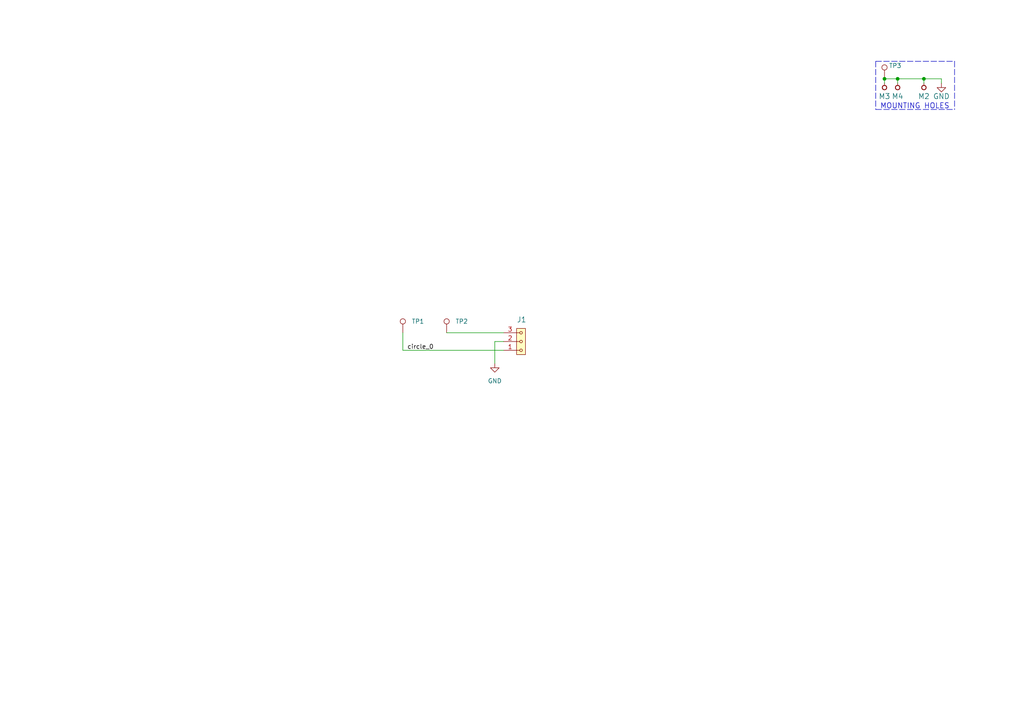
<source format=kicad_sch>
(kicad_sch (version 20211123) (generator eeschema)
  (paper "A4")
  (title_block (title "PINHOLDER02A") (date "2023-04-12") (rev "02A") (company "www.mlab.cz"))
  (lib_symbols
    (symbol "Connector:TestPoint" (pin_numbers hide) (pin_names (offset 0.762) hide)
      (property "Reference" "TP" (at 0 6.858 0))
      (property "Value" "TestPoint" (at 0 5.08 0))
      (symbol "TestPoint_0_1"
        (circle (center 0 3.302) (radius 0.762))
      )
      (symbol "TestPoint_1_1"
        (pin passive line (at 0 0 90) (length 2.54) (name "1") (number "1"))
      )
    )
    (symbol "MLAB_HEADER:HEADER_1x03" (pin_names (offset 1.016))
      (property "Reference" "J" (at 0 -5.08 0))
      (property "Value" "HEADER_1x03" (at 0 5.08 0))
      (symbol "HEADER_1x03_0_1"
        (rectangle (start -1.27 3.81) (end 1.27 -3.81) (fill (type background)))
        (circle (center 0 -2.54) (radius 0.381))
        (polyline (pts (xy -1.27 -2.54) (xy -0.381 -2.54)))
        (polyline (pts (xy -1.27 0) (xy -0.381 0)))
        (polyline (pts (xy -1.27 2.54) (xy -0.381 2.54)))
        (circle (center 0 0) (radius 0.381))
        (circle (center 0 2.54) (radius 0.381))
      )
      (symbol "HEADER_1x03_1_1"
        (pin input line (at -5.08 2.54 0) (length 3.81) (name "~") (number "1"))
        (pin input line (at -5.08 0 0) (length 3.81) (name "~") (number "2"))
        (pin input line (at -5.08 -2.54 0) (length 3.81) (name "~") (number "3"))
      )
    )
    (symbol "MLAB_MECHANICAL:HOLE" (pin_numbers hide) (pin_names (offset 1.016) hide)
      (property "Reference" "M" (at 0 2.54 0))
      (property "Value" "HOLE" (at 0 -2.54 0))
      (symbol "HOLE_0_1"
        (circle (center 0 0) (radius 0.635) (stroke (width 0.254)))
      )
      (symbol "HOLE_1_1"
        (pin input line (at 1.27 0 180) (length 0.635) (name "~") (number "1"))
      )
    )
    (symbol "power:GND" (power) (pin_names (offset 0))
      (property "Value" "GND" (at 0 -3.81 0))
      (symbol "GND_0_1"
        (polyline (pts (xy 0 0) (xy 0 -1.27) (xy 1.27 -1.27) (xy 0 -2.54) (xy -1.27 -1.27) (xy 0 -1.27)))
      )
      (symbol "GND_1_1"
        (pin power_in line (at 0 0 270) (length 0) hide (name "GND") (number "1"))
      )
    )
  )
  (junction (at 267.97 22.86))
  (junction (at 260.35 22.86))
  (junction (at 256.54 22.86))
  (wire (pts (xy 267.97 22.86) (xy 267.97 24.13)))
  (wire (pts (xy 260.35 24.13) (xy 260.35 22.86)))
  (wire (pts (xy 260.35 22.86) (xy 267.97 22.86)))
  (wire (pts (xy 143.51 99.06) (xy 143.51 105.41)))
  (wire (pts (xy 116.84 101.6) (xy 146.05 101.6)))
  (polyline (pts (xy 254 31.75) (xy 276.86 31.75)) (stroke (width 0) (type dash)))
  (polyline (pts (xy 254 17.78) (xy 276.86 17.78)) (stroke (width 0) (type dash)))
  (wire (pts (xy 273.05 24.13) (xy 273.05 22.86)))
  (wire (pts (xy 129.54 96.52) (xy 146.05 96.52)))
  (wire (pts (xy 146.05 99.06) (xy 143.51 99.06)))
  (polyline (pts (xy 276.86 17.78) (xy 276.86 31.75)) (stroke (width 0) (type dash)))
  (wire (pts (xy 116.84 96.52) (xy 116.84 101.6)))
  (wire (pts (xy 256.54 24.13) (xy 256.54 22.86)))
  (wire (pts (xy 256.54 22.86) (xy 260.35 22.86)))
  (polyline (pts (xy 254 17.78) (xy 254 31.75)) (stroke (width 0) (type dash)))
  (wire (pts (xy 267.97 22.86) (xy 273.05 22.86)))
  (text "MOUNTING HOLES" (at 255.27 31.75 0) (effects (font (size 1.524 1.524)) (justify left bottom)))
  (label "circle_0" (at 118.11 101.6 0))
  (symbol (lib_id "Connector:TestPoint") (at 116.84 96.52 0) (unit 1)
    (property "Reference" "TP1" (at 119.38 93.2179 0) (effects (justify left)))
    (property "Value" "TestPoint" (effects hide))
    (property "Footprint" "Mlab_CON:TestPoint_Pad_D0.5mm_noSilk" (effects hide))
    (property "Footprint" "Mlab_CON:TestPoint_Pad_D0.5mm_noSilk" (effects hide))
    (property "Value" "TestPoint" (effects hide))
  )
  (symbol (lib_id "MLAB_MECHANICAL:HOLE") (at 256.54 25.4 90) (unit 1)
    (property "Reference" "M3" (at 256.54 27.94 90) (effects (font (size 1.524 1.524))))
    (property "Value" "HOLE" (effects hide))
    (property "Footprint" "Mlab_Mechanical:MountingHole_3mm" (effects hide))
  )
  (symbol (lib_id "MLAB_MECHANICAL:HOLE") (at 267.97 25.4 90) (unit 1)
    (property "Reference" "M2" (at 267.97 27.94 90) (effects (font (size 1.524 1.524))))
    (property "Value" "HOLE" (effects hide))
    (property "Footprint" "Mlab_Mechanical:MountingHole_3mm" (effects hide))
  )
  (symbol (lib_id "Connector:TestPoint") (at 256.54 22.86 0) (unit 1)
    (property "Reference" "TP3" (at 257.81 19.05 0) (effects (justify left)))
    (property "Value" "TestPoint" (effects hide))
    (property "Footprint" "TestPoint:TestPoint_Pad_D2.0mm" (effects hide))
    (property "Footprint" "TestPoint:TestPoint_Pad_D2.0mm" (effects hide))
    (property "Value" "TestPoint" (effects hide))
  )
  (symbol (lib_id "power:GND") (at 273.05 24.13 0) (unit 1)
    (property "Reference" "#PWR01" (effects hide))
    (property "Value" "GND" (at 273.05 27.94 0) (effects (font (size 1.524 1.524))))
  )
  (symbol (lib_id "MLAB_MECHANICAL:HOLE") (at 260.35 25.4 90) (unit 1)
    (property "Reference" "M4" (at 260.35 27.94 90) (effects (font (size 1.524 1.524))))
    (property "Value" "HOLE" (effects hide))
    (property "Footprint" "Mlab_Mechanical:MountingHole_3mm" (effects hide))
  )
  (symbol (lib_id "MLAB_HEADER:HEADER_1x03") (at 151.13 99.06 0) (mirror x) (unit 1)
    (property "Reference" "J1" (at 149.86 92.71 0) (effects (font (size 1.524 1.524)) (justify left)))
    (property "Value" "HEADER_1x03" (effects hide))
    (property "Footprint" "Connector_PinHeader_2.54mm:PinHeader_1x03_P2.54mm_Vertical_SMD_Pin1Left" (effects hide))
  )
  (symbol (lib_id "power:GND") (at 143.51 105.41 0) (unit 1)
    (property "Reference" "#PWR0101" (effects hide))
    (property "Value" "GND" (at 143.51 110.49 0))
  )
  (symbol (lib_id "Connector:TestPoint") (at 129.54 96.52 0) (unit 1)
    (property "Reference" "TP2" (at 132.08 93.2179 0) (effects (justify left)))
    (property "Value" "TestPoint" (effects hide))
    (property "Footprint" "TestPoint:TestPoint_Keystone_5019_Minature" (effects hide))
    (property "Footprint" "TestPoint:TestPoint_Keystone_5019_Minature" (effects hide))
    (property "Value" "TestPoint" (effects hide))
  )
)
</source>
